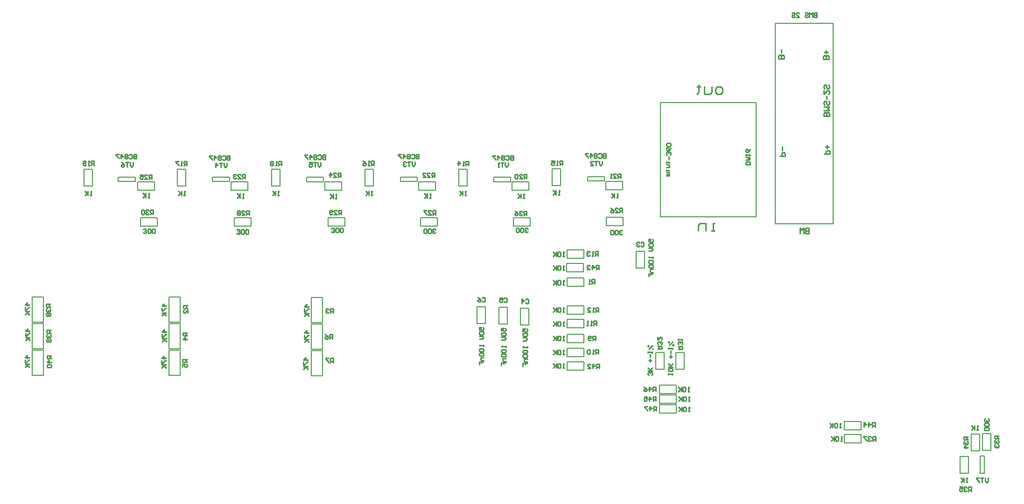
<source format=gbo>
G04*
G04 #@! TF.GenerationSoftware,Altium Limited,Altium Designer,22.10.1 (41)*
G04*
G04 Layer_Color=32896*
%FSLAX44Y44*%
%MOMM*%
G71*
G04*
G04 #@! TF.SameCoordinates,0E9425E9-A874-4ED2-9F9C-91F8E0F331BA*
G04*
G04*
G04 #@! TF.FilePolarity,Positive*
G04*
G01*
G75*
%ADD10C,0.2000*%
%ADD13C,0.2540*%
D10*
X1172690Y165920D02*
X1203170D01*
Y150680D02*
Y165920D01*
X1172690Y150680D02*
Y165920D01*
Y150680D02*
X1203170D01*
X1172790Y183720D02*
X1203270D01*
Y168480D02*
Y183720D01*
X1172790Y168480D02*
Y183720D01*
Y168480D02*
X1203270D01*
X1172390Y186180D02*
X1202870D01*
X1172390D02*
Y201420D01*
X1202870Y186180D02*
Y201420D01*
X1172390D02*
X1202870D01*
X1507660Y119681D02*
X1538140D01*
X1507660D02*
Y134921D01*
X1538140Y119681D02*
Y134921D01*
X1507660D02*
X1538140D01*
X1507660Y96383D02*
X1538140D01*
X1507660D02*
Y111623D01*
X1538140Y96383D02*
Y111623D01*
X1507660D02*
X1538140D01*
X1754402Y41200D02*
Y72200D01*
Y41200D02*
X1762402D01*
X1754402Y72200D02*
X1762402D01*
Y41200D02*
Y72200D01*
X1753720Y81760D02*
Y112240D01*
X1738480Y81760D02*
X1753720D01*
X1738480Y112240D02*
X1753720D01*
X1738480Y81760D02*
Y112240D01*
X1733123Y41260D02*
Y71740D01*
X1717883Y41260D02*
X1733123D01*
X1717883Y71740D02*
X1733123D01*
X1717883Y41260D02*
Y71740D01*
X1382300Y494200D02*
Y858200D01*
X1487300D01*
Y494200D02*
Y858200D01*
X1382300Y494200D02*
X1487300D01*
X565660Y554780D02*
X596140D01*
X565660D02*
Y570020D01*
X596140Y554780D02*
Y570020D01*
X565660D02*
X596140D01*
X808344Y562360D02*
Y592840D01*
X823584D01*
X808344Y562360D02*
X823584D01*
Y592840D01*
X905024Y554880D02*
X935504D01*
X905024D02*
Y570120D01*
X935504Y554880D02*
Y570120D01*
X905024D02*
X935504D01*
X872064Y570600D02*
X903064D01*
Y578600D01*
X872064Y570600D02*
Y578600D01*
X903064D01*
X190800Y571100D02*
X221800D01*
Y579100D01*
X190800Y571100D02*
Y579100D01*
X221800D01*
X361700Y571100D02*
X392700D01*
Y579100D01*
X361700Y571100D02*
Y579100D01*
X392700D01*
X395660Y554780D02*
X426140D01*
X395660D02*
Y570020D01*
X426140Y554780D02*
Y570020D01*
X395660D02*
X426140D01*
X468780Y562260D02*
Y592740D01*
X484020D01*
X468780Y562260D02*
X484020D01*
Y592740D01*
X638380Y562260D02*
Y592740D01*
X653620D01*
X638380Y562260D02*
X653620D01*
Y592740D01*
X532500Y570600D02*
X563500D01*
Y578600D01*
X532500Y570600D02*
Y578600D01*
X563500D01*
X702700Y571000D02*
X733700D01*
Y579000D01*
X702700Y571000D02*
Y579000D01*
X733700D01*
X735560Y554780D02*
X766040D01*
X735560D02*
Y570020D01*
X766040Y554780D02*
Y570020D01*
X735560D02*
X766040D01*
X978080Y563260D02*
Y593740D01*
X993320D01*
X978080Y563260D02*
X993320D01*
Y593740D01*
X1074960Y555780D02*
X1105440D01*
X1074960D02*
Y571020D01*
X1105440Y555780D02*
Y571020D01*
X1074960D02*
X1105440D01*
X1042000Y572000D02*
X1073000D01*
Y580000D01*
X1042000Y572000D02*
Y580000D01*
X1073000D01*
X225760Y554780D02*
X256240D01*
X225760D02*
Y570020D01*
X256240Y554780D02*
Y570020D01*
X225760D02*
X256240D01*
X1217520Y229760D02*
Y260240D01*
X1202280Y229760D02*
X1217520D01*
X1202280Y260240D02*
X1217520D01*
X1202280Y229760D02*
Y260240D01*
X1181520Y229760D02*
Y260240D01*
X1166280Y229760D02*
X1181520D01*
X1166280Y260240D02*
X1181520D01*
X1166280Y229760D02*
Y260240D01*
X1004760Y446735D02*
X1035240D01*
Y431495D02*
Y446735D01*
X1004760Y431495D02*
Y446735D01*
Y431495D02*
X1035240D01*
X1004460Y421820D02*
X1034940D01*
Y406580D02*
Y421820D01*
X1004460Y406580D02*
Y421820D01*
Y406580D02*
X1034940D01*
X1004760Y395920D02*
X1035240D01*
Y380680D02*
Y395920D01*
X1004760Y380680D02*
Y395920D01*
Y380680D02*
X1035240D01*
X1145820Y413660D02*
Y444140D01*
X1130580Y413660D02*
X1145820D01*
X1130580Y444140D02*
X1145820D01*
X1130580Y413660D02*
Y444140D01*
X1004760Y329807D02*
X1035240D01*
X1004760D02*
Y345047D01*
X1035240Y329807D02*
Y345047D01*
X1004760D02*
X1035240D01*
X1004760Y320320D02*
X1035240D01*
Y305080D02*
Y320320D01*
X1004760Y305080D02*
Y320320D01*
Y305080D02*
X1035240D01*
X907704Y489980D02*
X938184D01*
X907704D02*
Y505220D01*
X938184Y489980D02*
Y505220D01*
X907704D02*
X938184D01*
X1076560Y490880D02*
X1107040D01*
X1076560D02*
Y506120D01*
X1107040Y490880D02*
Y506120D01*
X1076560D02*
X1107040D01*
X739360Y489880D02*
X769840D01*
X739360D02*
Y505120D01*
X769840Y489880D02*
Y505120D01*
X739360D02*
X769840D01*
X571660Y489880D02*
X602140D01*
X571660D02*
Y505120D01*
X602140Y489880D02*
Y505120D01*
X571660D02*
X602140D01*
X401823Y489880D02*
X432303D01*
X401823D02*
Y505120D01*
X432303Y489880D02*
Y505120D01*
X401823D02*
X432303D01*
X231260Y489880D02*
X261740D01*
X231260D02*
Y505120D01*
X261740Y489880D02*
Y505120D01*
X231260D02*
X261740D01*
X1004760Y243520D02*
X1035240D01*
Y228280D02*
Y243520D01*
X1004760Y228280D02*
Y243520D01*
Y228280D02*
X1035240D01*
X1004760Y293420D02*
X1035240D01*
Y278180D02*
Y293420D01*
X1004760Y278180D02*
Y293420D01*
Y278180D02*
X1035240D01*
X1004760Y267820D02*
X1035240D01*
Y252580D02*
Y267820D01*
X1004760Y252580D02*
Y267820D01*
Y252580D02*
X1035240D01*
X35240Y315740D02*
Y361460D01*
X55560D01*
X35240Y315740D02*
X55560D01*
Y361460D01*
X35240Y219140D02*
Y264860D01*
X55560D01*
X35240Y219140D02*
X55560D01*
Y264860D01*
X303160Y267040D02*
Y312760D01*
X282840Y267040D02*
X303160D01*
X282840Y312760D02*
X303160D01*
X282840Y267040D02*
Y312760D01*
X541340Y217740D02*
Y263460D01*
X561660D01*
X541340Y217740D02*
X561660D01*
Y263460D01*
X897120Y311843D02*
Y342323D01*
X881880Y311843D02*
X897120D01*
X881880Y342323D02*
X897120D01*
X881880Y311843D02*
Y342323D01*
X920780Y310360D02*
Y340840D01*
X936020D01*
X920780Y310360D02*
X936020D01*
Y340840D01*
X856720Y312560D02*
Y343040D01*
X841480Y312560D02*
X856720D01*
X841480Y343040D02*
X856720D01*
X841480Y312560D02*
Y343040D01*
X1773722Y82360D02*
Y112840D01*
X1758482Y82360D02*
X1773722D01*
X1758482Y112840D02*
X1773722D01*
X1758482Y82360D02*
Y112840D01*
X303360Y315540D02*
Y361260D01*
X283040Y315540D02*
X303360D01*
X283040Y361260D02*
X303360D01*
X283040Y315540D02*
Y361260D01*
X35140Y267340D02*
Y313060D01*
X55460D01*
X35140Y267340D02*
X55460D01*
Y313060D01*
X541341Y266511D02*
Y312230D01*
X561661D01*
X541341Y266511D02*
X561661D01*
Y312230D01*
Y314890D02*
Y360610D01*
X541341Y314890D02*
X561661D01*
X541341Y360610D02*
X561661D01*
X541341Y314890D02*
Y360610D01*
X303160Y218540D02*
Y264260D01*
X282840Y218540D02*
X303160D01*
X282840Y264260D02*
X303160D01*
X282840Y218540D02*
Y264260D01*
X1174800Y507000D02*
X1347800D01*
Y714000D01*
X1174800Y507000D02*
Y714000D01*
X1347800D01*
X313620Y562260D02*
Y592740D01*
X298380Y562260D02*
X313620D01*
X298380Y592740D02*
X313620D01*
X298380Y562260D02*
Y592740D01*
X144020Y562260D02*
Y592740D01*
X128780Y562260D02*
X144020D01*
X128780Y592740D02*
X144020D01*
X128780Y562260D02*
Y592740D01*
D13*
X1227727Y153301D02*
X1225061D01*
X1226394D01*
Y161299D01*
X1227727Y159966D01*
X1221062D02*
X1219729Y161299D01*
X1217064D01*
X1215731Y159966D01*
Y154634D01*
X1217064Y153301D01*
X1219729D01*
X1221062Y154634D01*
Y159966D01*
X1213065Y161299D02*
Y153301D01*
Y155967D01*
X1207733Y161299D01*
X1211732Y157300D01*
X1207733Y153301D01*
X1166893Y154501D02*
Y162499D01*
X1162895D01*
X1161562Y161166D01*
Y158500D01*
X1162895Y157167D01*
X1166893D01*
X1164228D02*
X1161562Y154501D01*
X1154897D02*
Y162499D01*
X1158896Y158500D01*
X1153564D01*
X1150899Y162499D02*
X1145567D01*
Y161166D01*
X1150899Y155834D01*
Y154501D01*
X1227627Y172100D02*
X1224961D01*
X1226294D01*
Y180097D01*
X1227627Y178764D01*
X1220962D02*
X1219629Y180097D01*
X1216964D01*
X1215631Y178764D01*
Y173433D01*
X1216964Y172100D01*
X1219629D01*
X1220962Y173433D01*
Y178764D01*
X1212965Y180097D02*
Y172100D01*
Y174765D01*
X1207633Y180097D01*
X1211632Y176098D01*
X1207633Y172100D01*
X1165893Y172101D02*
Y180099D01*
X1161895D01*
X1160562Y178766D01*
Y176100D01*
X1161895Y174767D01*
X1165893D01*
X1163227D02*
X1160562Y172101D01*
X1153897D02*
Y180099D01*
X1157896Y176100D01*
X1152564D01*
X1144567Y180099D02*
X1149898D01*
Y176100D01*
X1147233Y177433D01*
X1145900D01*
X1144567Y176100D01*
Y173434D01*
X1145900Y172101D01*
X1148566D01*
X1149898Y173434D01*
X1226827Y189401D02*
X1224161D01*
X1225494D01*
Y197399D01*
X1226827Y196066D01*
X1220162D02*
X1218829Y197399D01*
X1216164D01*
X1214831Y196066D01*
Y190734D01*
X1216164Y189401D01*
X1218829D01*
X1220162Y190734D01*
Y196066D01*
X1212165Y197399D02*
Y189401D01*
Y192067D01*
X1206833Y197399D01*
X1210832Y193400D01*
X1206833Y189401D01*
X1165693Y189801D02*
Y197799D01*
X1161694D01*
X1160362Y196466D01*
Y193800D01*
X1161694Y192467D01*
X1165693D01*
X1163027D02*
X1160362Y189801D01*
X1153697D02*
Y197799D01*
X1157696Y193800D01*
X1152364D01*
X1144367Y197799D02*
X1147033Y196466D01*
X1149698Y193800D01*
Y191134D01*
X1148365Y189801D01*
X1145700D01*
X1144367Y191134D01*
Y192467D01*
X1145700Y193800D01*
X1149698D01*
X1443960Y486237D02*
Y476240D01*
X1438962D01*
X1437296Y477906D01*
Y479572D01*
X1438962Y481238D01*
X1443960D01*
X1438962D01*
X1437296Y482905D01*
Y484571D01*
X1438962Y486237D01*
X1443960D01*
X1433963Y476240D02*
Y486237D01*
X1430631Y482905D01*
X1427299Y486237D01*
Y476240D01*
X1390840Y616740D02*
X1400837D01*
Y621738D01*
X1399171Y623405D01*
X1395838D01*
X1394172Y621738D01*
Y616740D01*
X1395838Y626737D02*
Y633401D01*
X1471840Y620740D02*
X1481837D01*
Y625738D01*
X1480171Y627405D01*
X1476838D01*
X1475172Y625738D01*
Y620740D01*
X1476838Y630737D02*
Y637401D01*
X1480171Y634069D02*
X1473506D01*
X1398837Y793740D02*
X1388840D01*
Y798738D01*
X1390506Y800405D01*
X1392172D01*
X1393838Y798738D01*
Y793740D01*
Y798738D01*
X1395504Y800405D01*
X1397171D01*
X1398837Y798738D01*
Y793740D01*
X1393838Y803737D02*
Y810401D01*
X1479837Y792740D02*
X1469840D01*
Y797738D01*
X1471506Y799405D01*
X1473172D01*
X1474838Y797738D01*
Y792740D01*
Y797738D01*
X1476505Y799405D01*
X1478171D01*
X1479837Y797738D01*
Y792740D01*
X1474838Y802737D02*
Y809401D01*
X1478171Y806069D02*
X1471506D01*
X1480837Y689740D02*
X1470840D01*
Y694738D01*
X1472506Y696404D01*
X1474172D01*
X1475838Y694738D01*
Y689740D01*
Y694738D01*
X1477504Y696404D01*
X1479171D01*
X1480837Y694738D01*
Y689740D01*
X1470840Y699737D02*
X1480837D01*
X1477504Y703069D01*
X1480837Y706401D01*
X1470840D01*
X1479171Y716398D02*
X1480837Y714732D01*
Y711400D01*
X1479171Y709734D01*
X1477504D01*
X1475838Y711400D01*
Y714732D01*
X1474172Y716398D01*
X1472506D01*
X1470840Y714732D01*
Y711400D01*
X1472506Y709734D01*
X1475838Y719730D02*
Y726395D01*
X1470840Y736392D02*
Y729727D01*
X1477504Y736392D01*
X1479171D01*
X1480837Y734725D01*
Y731393D01*
X1479171Y729727D01*
Y746388D02*
X1480837Y744722D01*
Y741390D01*
X1479171Y739724D01*
X1477504D01*
X1475838Y741390D01*
Y744722D01*
X1474172Y746388D01*
X1472506D01*
X1470840Y744722D01*
Y741390D01*
X1472506Y739724D01*
X1273060Y481440D02*
X1266395D01*
X1269728D01*
Y494769D01*
X1273060D01*
X1256399Y481440D02*
Y494769D01*
X1246402D01*
X1243070Y491437D01*
Y481440D01*
X1284028Y729440D02*
X1277363D01*
X1274031Y732772D01*
Y739437D01*
X1277363Y742769D01*
X1284028D01*
X1287360Y739437D01*
Y732772D01*
X1284028Y729440D01*
X1267366Y742769D02*
Y732772D01*
X1264034Y729440D01*
X1254037D01*
Y742769D01*
X1244041Y746101D02*
Y742769D01*
X1247373D01*
X1240708D01*
X1244041D01*
Y732772D01*
X1240708Y729440D01*
X1563663Y125202D02*
Y133200D01*
X1559664D01*
X1558332Y131867D01*
Y129201D01*
X1559664Y127868D01*
X1563663D01*
X1560997D02*
X1558332Y125202D01*
X1551667D02*
Y133200D01*
X1555666Y129201D01*
X1550334D01*
X1543670Y125202D02*
Y133200D01*
X1547668Y129201D01*
X1542337D01*
X1501897Y124002D02*
X1499231D01*
X1500564D01*
Y132000D01*
X1501897Y130667D01*
X1495232D02*
X1493899Y132000D01*
X1491234D01*
X1489901Y130667D01*
Y125335D01*
X1491234Y124002D01*
X1493899D01*
X1495232Y125335D01*
Y130667D01*
X1487235Y132000D02*
Y124002D01*
Y126668D01*
X1481903Y132000D01*
X1485902Y128001D01*
X1481903Y124002D01*
X1564363Y99801D02*
Y107799D01*
X1560365D01*
X1559032Y106466D01*
Y103800D01*
X1560365Y102467D01*
X1564363D01*
X1561697D02*
X1559032Y99801D01*
X1556366Y106466D02*
X1555033Y107799D01*
X1552367D01*
X1551034Y106466D01*
Y105133D01*
X1552367Y103800D01*
X1553700D01*
X1552367D01*
X1551034Y102467D01*
Y101134D01*
X1552367Y99801D01*
X1555033D01*
X1556366Y101134D01*
X1548368Y107799D02*
X1543037D01*
Y106466D01*
X1548368Y101134D01*
Y99801D01*
X1503897D02*
X1501231D01*
X1502564D01*
Y107799D01*
X1503897Y106466D01*
X1497232D02*
X1495899Y107799D01*
X1493233D01*
X1491901Y106466D01*
Y101134D01*
X1493233Y99801D01*
X1495899D01*
X1497232Y101134D01*
Y106466D01*
X1489235Y107799D02*
Y99801D01*
Y102467D01*
X1483903Y107799D01*
X1487902Y103800D01*
X1483903Y99801D01*
X1062683Y410901D02*
Y418899D01*
X1058684D01*
X1057351Y417566D01*
Y414900D01*
X1058684Y413567D01*
X1062683D01*
X1060017D02*
X1057351Y410901D01*
X1050687D02*
Y418899D01*
X1054686Y414900D01*
X1049354D01*
X1046688Y417566D02*
X1045355Y418899D01*
X1042690D01*
X1041357Y417566D01*
Y416233D01*
X1042690Y414900D01*
X1044022D01*
X1042690D01*
X1041357Y413567D01*
Y412234D01*
X1042690Y410901D01*
X1045355D01*
X1046688Y412234D01*
X999997Y410200D02*
X997331D01*
X998664D01*
Y418197D01*
X999997Y416864D01*
X993332D02*
X991999Y418197D01*
X989333D01*
X988001Y416864D01*
Y411533D01*
X989333Y410200D01*
X991999D01*
X993332Y411533D01*
Y416864D01*
X985335Y418197D02*
Y410200D01*
Y412865D01*
X980003Y418197D01*
X984002Y414198D01*
X980003Y410200D01*
X1768665Y32399D02*
Y27067D01*
X1765999Y24401D01*
X1763333Y27067D01*
Y32399D01*
X1760667D02*
X1755336D01*
X1758002D01*
Y24401D01*
X1752670Y32399D02*
X1747338D01*
Y31066D01*
X1752670Y25734D01*
Y24401D01*
X1458159Y877499D02*
Y869501D01*
X1454161D01*
X1452828Y870834D01*
Y872167D01*
X1454161Y873500D01*
X1458159D01*
X1454161D01*
X1452828Y874833D01*
Y876166D01*
X1454161Y877499D01*
X1458159D01*
X1450162Y869501D02*
Y877499D01*
X1447496Y874833D01*
X1444830Y877499D01*
Y869501D01*
X1436833Y876166D02*
X1438166Y877499D01*
X1440832D01*
X1442164Y876166D01*
Y874833D01*
X1440832Y873500D01*
X1438166D01*
X1436833Y872167D01*
Y870834D01*
X1438166Y869501D01*
X1440832D01*
X1442164Y870834D01*
X1420838Y869501D02*
X1426170D01*
X1420838Y874833D01*
Y876166D01*
X1422171Y877499D01*
X1424837D01*
X1426170Y876166D01*
X1412841D02*
X1414173Y877499D01*
X1416839D01*
X1418172Y876166D01*
Y874833D01*
X1416839Y873500D01*
X1414173D01*
X1412841Y872167D01*
Y870834D01*
X1414173Y869501D01*
X1416839D01*
X1418172Y870834D01*
X1063263Y231501D02*
Y239499D01*
X1059265D01*
X1057932Y238166D01*
Y235500D01*
X1059265Y234167D01*
X1063263D01*
X1060597D02*
X1057932Y231501D01*
X1051267D02*
Y239499D01*
X1055266Y235500D01*
X1049934D01*
X1041937Y231501D02*
X1047268D01*
X1041937Y236833D01*
Y238166D01*
X1043270Y239499D01*
X1045936D01*
X1047268Y238166D01*
X999997Y232201D02*
X997331D01*
X998664D01*
Y240199D01*
X999997Y238866D01*
X993332D02*
X991999Y240199D01*
X989333D01*
X988001Y238866D01*
Y233534D01*
X989333Y232201D01*
X991999D01*
X993332Y233534D01*
Y238866D01*
X985335Y240199D02*
Y232201D01*
Y234867D01*
X980003Y240199D01*
X984002Y236200D01*
X980003Y232201D01*
X69699Y254463D02*
X61701D01*
Y250464D01*
X63034Y249132D01*
X65700D01*
X67033Y250464D01*
Y254463D01*
Y251797D02*
X69699Y249132D01*
Y242467D02*
X61701D01*
X65700Y246466D01*
Y241134D01*
X63034Y238468D02*
X61701Y237135D01*
Y234470D01*
X63034Y233137D01*
X68366D01*
X69699Y234470D01*
Y237135D01*
X68366Y238468D01*
X63034D01*
X29899Y251064D02*
X21901D01*
X25900Y255063D01*
Y249732D01*
X21901Y247066D02*
Y241734D01*
X23234D01*
X28566Y247066D01*
X29899D01*
X21901Y239068D02*
X29899D01*
X27233D01*
X21901Y233737D01*
X25900Y237736D01*
X29899Y233737D01*
X68699Y300863D02*
X60701D01*
Y296864D01*
X62034Y295532D01*
X64700D01*
X66033Y296864D01*
Y300863D01*
Y298197D02*
X68699Y295532D01*
X62034Y292866D02*
X60701Y291533D01*
Y288867D01*
X62034Y287534D01*
X63367D01*
X64700Y288867D01*
Y290200D01*
Y288867D01*
X66033Y287534D01*
X67366D01*
X68699Y288867D01*
Y291533D01*
X67366Y292866D01*
Y284868D02*
X68699Y283535D01*
Y280870D01*
X67366Y279537D01*
X62034D01*
X60701Y280870D01*
Y283535D01*
X62034Y284868D01*
X63367D01*
X64700Y283535D01*
Y279537D01*
X30699Y299564D02*
X22701D01*
X26700Y303563D01*
Y298232D01*
X22701Y295566D02*
Y290234D01*
X24034D01*
X29366Y295566D01*
X30699D01*
X22701Y287568D02*
X30699D01*
X28033D01*
X22701Y282237D01*
X26700Y286236D01*
X30699Y282237D01*
X68199Y348063D02*
X60201D01*
Y344064D01*
X61534Y342732D01*
X64200D01*
X65533Y344064D01*
Y348063D01*
Y345397D02*
X68199Y342732D01*
X61534Y340066D02*
X60201Y338733D01*
Y336067D01*
X61534Y334734D01*
X62867D01*
X64200Y336067D01*
Y337400D01*
Y336067D01*
X65533Y334734D01*
X66866D01*
X68199Y336067D01*
Y338733D01*
X66866Y340066D01*
X61534Y332068D02*
X60201Y330736D01*
Y328070D01*
X61534Y326737D01*
X62867D01*
X64200Y328070D01*
X65533Y326737D01*
X66866D01*
X68199Y328070D01*
Y330736D01*
X66866Y332068D01*
X65533D01*
X64200Y330736D01*
X62867Y332068D01*
X61534D01*
X64200Y330736D02*
Y328070D01*
X29899Y346665D02*
X21901D01*
X25900Y350663D01*
Y345332D01*
X21901Y342666D02*
Y337334D01*
X23234D01*
X28566Y342666D01*
X29899D01*
X21901Y334668D02*
X29899D01*
X27233D01*
X21901Y329337D01*
X25900Y333335D01*
X29899Y329337D01*
X1337299Y601704D02*
X1329301D01*
Y605703D01*
X1330634Y607036D01*
X1335966D01*
X1337299Y605703D01*
Y601704D01*
X1329301Y609702D02*
X1334633D01*
X1337299Y612368D01*
X1334633Y615033D01*
X1329301D01*
X1333300D01*
Y609702D01*
X1329301Y617699D02*
Y620365D01*
Y619032D01*
X1337299D01*
X1335966Y617699D01*
X1337299Y629696D02*
X1335966Y627030D01*
X1333300Y624364D01*
X1330634D01*
X1329301Y625697D01*
Y628363D01*
X1330634Y629696D01*
X1331967D01*
X1333300Y628363D01*
Y624364D01*
X1185301Y581576D02*
X1190633D01*
Y582909D01*
X1189300Y584242D01*
X1185301D01*
X1189300D01*
X1190633Y585575D01*
X1189300Y586908D01*
X1185301D01*
Y589574D02*
Y592239D01*
Y590906D01*
X1190633D01*
Y589574D01*
X1185301Y596238D02*
X1190633D01*
Y600237D01*
X1189300Y601570D01*
X1185301D01*
Y604235D02*
Y606901D01*
Y605568D01*
X1190633D01*
Y604235D01*
X1189300Y610900D02*
Y616232D01*
X1191966Y618897D02*
X1193299Y620230D01*
Y622896D01*
X1191966Y624229D01*
X1190633D01*
X1189300Y622896D01*
Y621563D01*
Y622896D01*
X1187967Y624229D01*
X1186634D01*
X1185301Y622896D01*
Y620230D01*
X1186634Y618897D01*
X1193299Y632226D02*
X1191966Y629561D01*
X1189300Y626895D01*
X1186634D01*
X1185301Y628228D01*
Y630894D01*
X1186634Y632226D01*
X1187967D01*
X1189300Y630894D01*
Y626895D01*
X1191966Y634892D02*
X1193299Y636225D01*
Y638891D01*
X1191966Y640224D01*
X1186634D01*
X1185301Y638891D01*
Y636225D01*
X1186634Y634892D01*
X1191966D01*
X931709Y509350D02*
Y517347D01*
X927710D01*
X926377Y516014D01*
Y513348D01*
X927710Y512015D01*
X931709D01*
X929043D02*
X926377Y509350D01*
X923711Y516014D02*
X922378Y517347D01*
X919713D01*
X918380Y516014D01*
Y514681D01*
X919713Y513348D01*
X921046D01*
X919713D01*
X918380Y512015D01*
Y510683D01*
X919713Y509350D01*
X922378D01*
X923711Y510683D01*
X910382Y517347D02*
X913048Y516014D01*
X915714Y513348D01*
Y510683D01*
X914381Y509350D01*
X911715D01*
X910382Y510683D01*
Y512015D01*
X911715Y513348D01*
X915714D01*
X933828Y485114D02*
X932495Y486447D01*
X929829D01*
X928496Y485114D01*
Y483781D01*
X929829Y482448D01*
X931162D01*
X929829D01*
X928496Y481115D01*
Y479783D01*
X929829Y478450D01*
X932495D01*
X933828Y479783D01*
X925830Y485114D02*
X924497Y486447D01*
X921831D01*
X920499Y485114D01*
Y479783D01*
X921831Y478450D01*
X924497D01*
X925830Y479783D01*
Y485114D01*
X917833D02*
X916500Y486447D01*
X913834D01*
X912501Y485114D01*
Y479783D01*
X913834Y478450D01*
X916500D01*
X917833Y479783D01*
Y485114D01*
X1738116Y8301D02*
Y16299D01*
X1734117D01*
X1732784Y14966D01*
Y12300D01*
X1734117Y10967D01*
X1738116D01*
X1735450D02*
X1732784Y8301D01*
X1730118Y14966D02*
X1728785Y16299D01*
X1726120D01*
X1724787Y14966D01*
Y13633D01*
X1726120Y12300D01*
X1727452D01*
X1726120D01*
X1724787Y10967D01*
Y9634D01*
X1726120Y8301D01*
X1728785D01*
X1730118Y9634D01*
X1716789Y16299D02*
X1722121D01*
Y12300D01*
X1719455Y13633D01*
X1718122D01*
X1716789Y12300D01*
Y9634D01*
X1718122Y8301D01*
X1720788D01*
X1722121Y9634D01*
X1731490Y24768D02*
X1728824D01*
X1730157D01*
Y32765D01*
X1731490Y31432D01*
X1724825Y32765D02*
Y24768D01*
Y27434D01*
X1719494Y32765D01*
X1723492Y28767D01*
X1719494Y24768D01*
X1732451Y107263D02*
X1724454D01*
Y103265D01*
X1725787Y101932D01*
X1728452D01*
X1729785Y103265D01*
Y107263D01*
Y104597D02*
X1732451Y101932D01*
X1725787Y99266D02*
X1724454Y97933D01*
Y95267D01*
X1725787Y93934D01*
X1727119D01*
X1728452Y95267D01*
Y96600D01*
Y95267D01*
X1729785Y93934D01*
X1731118D01*
X1732451Y95267D01*
Y97933D01*
X1731118Y99266D01*
X1732451Y87270D02*
X1724454D01*
X1728452Y91268D01*
Y85937D01*
X1750650Y119601D02*
X1747985D01*
X1749318D01*
Y127599D01*
X1750650Y126266D01*
X1743986Y127599D02*
Y119601D01*
Y122267D01*
X1738654Y127599D01*
X1742653Y123600D01*
X1738654Y119601D01*
X1788251Y109263D02*
X1780254D01*
Y105265D01*
X1781587Y103932D01*
X1784252D01*
X1785585Y105265D01*
Y109263D01*
Y106597D02*
X1788251Y103932D01*
X1781587Y101266D02*
X1780254Y99933D01*
Y97267D01*
X1781587Y95934D01*
X1782919D01*
X1784252Y97267D01*
Y98600D01*
Y97267D01*
X1785585Y95934D01*
X1786918D01*
X1788251Y97267D01*
Y99933D01*
X1786918Y101266D01*
X1781587Y93268D02*
X1780254Y91936D01*
Y89270D01*
X1781587Y87937D01*
X1782919D01*
X1784252Y89270D01*
Y90603D01*
Y89270D01*
X1785585Y87937D01*
X1786918D01*
X1788251Y89270D01*
Y91936D01*
X1786918Y93268D01*
X1763737Y140263D02*
X1762404Y138930D01*
Y136264D01*
X1763737Y134932D01*
X1765070D01*
X1766403Y136264D01*
Y137598D01*
Y136264D01*
X1767736Y134932D01*
X1769069D01*
X1770402Y136264D01*
Y138930D01*
X1769069Y140263D01*
X1763737Y132266D02*
X1762404Y130933D01*
Y128267D01*
X1763737Y126934D01*
X1769069D01*
X1770402Y128267D01*
Y130933D01*
X1769069Y132266D01*
X1763737D01*
Y124268D02*
X1762404Y122935D01*
Y120270D01*
X1763737Y118937D01*
X1769069D01*
X1770402Y120270D01*
Y122935D01*
X1769069Y124268D01*
X1763737D01*
X1169201Y266894D02*
X1177199D01*
Y270892D01*
X1175866Y272225D01*
X1173200D01*
X1171867Y270892D01*
Y266894D01*
Y269559D02*
X1169201Y272225D01*
X1175866Y274891D02*
X1177199Y276224D01*
Y278890D01*
X1175866Y280223D01*
X1174533D01*
X1173200Y278890D01*
Y277557D01*
Y278890D01*
X1171867Y280223D01*
X1170534D01*
X1169201Y278890D01*
Y276224D01*
X1170534Y274891D01*
X1169201Y288220D02*
Y282889D01*
X1174533Y288220D01*
X1175866D01*
X1177199Y286887D01*
Y284221D01*
X1175866Y282889D01*
X1158399Y219542D02*
X1159732Y220875D01*
Y223541D01*
X1158399Y224874D01*
X1157066D01*
X1155734Y223541D01*
Y222208D01*
Y223541D01*
X1154401Y224874D01*
X1153068D01*
X1151735Y223541D01*
Y220875D01*
X1153068Y219542D01*
X1159732Y227539D02*
X1151735D01*
X1154401D01*
X1159732Y232871D01*
X1155734Y228872D01*
X1151735Y232871D01*
X1155734Y243534D02*
Y248866D01*
X1158399Y246200D02*
X1153068D01*
X1155734Y251532D02*
Y256863D01*
X1151735Y259529D02*
Y262195D01*
Y260862D01*
X1159732D01*
X1158399Y259529D01*
X1153068Y266194D02*
X1159732Y272858D01*
Y266194D02*
X1161065D01*
Y267526D01*
X1159732D01*
Y266194D01*
X1151735Y271525D02*
X1153068D01*
Y272858D01*
X1151735D01*
Y271525D01*
X1206301Y266470D02*
X1214299D01*
Y270468D01*
X1212966Y271801D01*
X1210300D01*
X1208967Y270468D01*
Y266470D01*
Y269135D02*
X1206301Y271801D01*
X1212966Y274467D02*
X1214299Y275800D01*
Y278466D01*
X1212966Y279799D01*
X1211633D01*
X1210300Y278466D01*
Y277133D01*
Y278466D01*
X1208967Y279799D01*
X1207634D01*
X1206301Y278466D01*
Y275800D01*
X1207634Y274467D01*
X1206301Y282465D02*
Y285130D01*
Y283797D01*
X1214299D01*
X1212966Y282465D01*
X1188833Y219808D02*
Y222474D01*
Y221141D01*
X1196831D01*
X1195498Y219808D01*
Y226473D02*
X1196831Y227806D01*
Y230472D01*
X1195498Y231805D01*
X1190166D01*
X1188833Y230472D01*
Y227806D01*
X1190166Y226473D01*
X1195498D01*
X1196831Y234470D02*
X1188833D01*
X1191499D01*
X1196831Y239802D01*
X1192832Y235803D01*
X1188833Y239802D01*
X1192832Y250465D02*
Y255797D01*
X1195498Y253131D02*
X1190166D01*
X1192832Y258463D02*
Y263794D01*
X1188833Y266460D02*
Y269126D01*
Y267793D01*
X1196831D01*
X1195498Y266460D01*
X1190166Y273125D02*
X1196831Y279789D01*
Y273125D02*
X1198164D01*
Y274457D01*
X1196831D01*
Y273125D01*
X1188833Y278456D02*
X1190166D01*
Y279789D01*
X1188833D01*
Y278456D01*
X217659Y605595D02*
Y600263D01*
X214994Y597598D01*
X212328Y600263D01*
Y605595D01*
X209662D02*
X204330D01*
X206996D01*
Y597598D01*
X196333Y605595D02*
X198999Y604262D01*
X201665Y601596D01*
Y598930D01*
X200332Y597598D01*
X197666D01*
X196333Y598930D01*
Y600263D01*
X197666Y601596D01*
X201665D01*
X223961Y620199D02*
Y612201D01*
X219962D01*
X218629Y613534D01*
Y614867D01*
X219962Y616200D01*
X223961D01*
X219962D01*
X218629Y617533D01*
Y618866D01*
X219962Y620199D01*
X223961D01*
X210632Y618866D02*
X211964Y620199D01*
X214630D01*
X215963Y618866D01*
Y613534D01*
X214630Y612201D01*
X211964D01*
X210632Y613534D01*
X207966Y618866D02*
X206633Y620199D01*
X203967D01*
X202634Y618866D01*
Y617533D01*
X203967Y616200D01*
X202634Y614867D01*
Y613534D01*
X203967Y612201D01*
X206633D01*
X207966Y613534D01*
Y614867D01*
X206633Y616200D01*
X207966Y617533D01*
Y618866D01*
X206633Y616200D02*
X203967D01*
X195970Y612201D02*
Y620199D01*
X199968Y616200D01*
X194637D01*
X191971Y620199D02*
X186639D01*
Y618866D01*
X191971Y613534D01*
Y612201D01*
X558441Y605599D02*
Y600267D01*
X555776Y597601D01*
X553110Y600267D01*
Y605599D01*
X550444D02*
X545112D01*
X547778D01*
Y597601D01*
X537115Y605599D02*
X542447D01*
Y601600D01*
X539781Y602933D01*
X538448D01*
X537115Y601600D01*
Y598934D01*
X538448Y597601D01*
X541114D01*
X542447Y598934D01*
X566561Y618999D02*
Y611001D01*
X562562D01*
X561229Y612334D01*
Y613667D01*
X562562Y615000D01*
X566561D01*
X562562D01*
X561229Y616333D01*
Y617666D01*
X562562Y618999D01*
X566561D01*
X553232Y617666D02*
X554565Y618999D01*
X557230D01*
X558563Y617666D01*
Y612334D01*
X557230Y611001D01*
X554565D01*
X553232Y612334D01*
X550566Y617666D02*
X549233Y618999D01*
X546567D01*
X545234Y617666D01*
Y616333D01*
X546567Y615000D01*
X545234Y613667D01*
Y612334D01*
X546567Y611001D01*
X549233D01*
X550566Y612334D01*
Y613667D01*
X549233Y615000D01*
X550566Y616333D01*
Y617666D01*
X549233Y615000D02*
X546567D01*
X538570Y611001D02*
Y618999D01*
X542568Y615000D01*
X537237D01*
X534571Y618999D02*
X529239D01*
Y617666D01*
X534571Y612334D01*
Y611001D01*
X387863Y604409D02*
Y599077D01*
X385197Y596412D01*
X382532Y599077D01*
Y604409D01*
X379866D02*
X374534D01*
X377200D01*
Y596412D01*
X367870D02*
Y604409D01*
X371868Y600410D01*
X366537D01*
X393361Y617999D02*
Y610001D01*
X389362D01*
X388029Y611334D01*
Y612667D01*
X389362Y614000D01*
X393361D01*
X389362D01*
X388029Y615333D01*
Y616666D01*
X389362Y617999D01*
X393361D01*
X380032Y616666D02*
X381365Y617999D01*
X384030D01*
X385363Y616666D01*
Y611334D01*
X384030Y610001D01*
X381365D01*
X380032Y611334D01*
X377366Y616666D02*
X376033Y617999D01*
X373367D01*
X372034Y616666D01*
Y615333D01*
X373367Y614000D01*
X372034Y612667D01*
Y611334D01*
X373367Y610001D01*
X376033D01*
X377366Y611334D01*
Y612667D01*
X376033Y614000D01*
X377366Y615333D01*
Y616666D01*
X376033Y614000D02*
X373367D01*
X365370Y610001D02*
Y617999D01*
X369368Y614000D01*
X364037D01*
X361371Y617999D02*
X356039D01*
Y616666D01*
X361371Y611334D01*
Y610001D01*
X729163Y606599D02*
Y601267D01*
X726497Y598601D01*
X723832Y601267D01*
Y606599D01*
X721166D02*
X715834D01*
X718500D01*
Y598601D01*
X713168Y605266D02*
X711835Y606599D01*
X709170D01*
X707837Y605266D01*
Y603933D01*
X709170Y602600D01*
X710503D01*
X709170D01*
X707837Y601267D01*
Y599934D01*
X709170Y598601D01*
X711835D01*
X713168Y599934D01*
X736261Y620399D02*
Y612401D01*
X732262D01*
X730929Y613734D01*
Y615067D01*
X732262Y616400D01*
X736261D01*
X732262D01*
X730929Y617733D01*
Y619066D01*
X732262Y620399D01*
X736261D01*
X722932Y619066D02*
X724265Y620399D01*
X726930D01*
X728263Y619066D01*
Y613734D01*
X726930Y612401D01*
X724265D01*
X722932Y613734D01*
X720266Y619066D02*
X718933Y620399D01*
X716267D01*
X714934Y619066D01*
Y617733D01*
X716267Y616400D01*
X714934Y615067D01*
Y613734D01*
X716267Y612401D01*
X718933D01*
X720266Y613734D01*
Y615067D01*
X718933Y616400D01*
X720266Y617733D01*
Y619066D01*
X718933Y616400D02*
X716267D01*
X708270Y612401D02*
Y620399D01*
X712268Y616400D01*
X706937D01*
X704271Y620399D02*
X698939D01*
Y619066D01*
X704271Y613734D01*
Y612401D01*
X1068663Y607617D02*
Y602285D01*
X1065997Y599619D01*
X1063332Y602285D01*
Y607617D01*
X1060666D02*
X1055334D01*
X1058000D01*
Y599619D01*
X1047337D02*
X1052668D01*
X1047337Y604951D01*
Y606284D01*
X1048670Y607617D01*
X1051336D01*
X1052668Y606284D01*
X1075361Y621699D02*
Y613701D01*
X1071362D01*
X1070029Y615034D01*
Y616367D01*
X1071362Y617700D01*
X1075361D01*
X1071362D01*
X1070029Y619033D01*
Y620366D01*
X1071362Y621699D01*
X1075361D01*
X1062032Y620366D02*
X1063364Y621699D01*
X1066030D01*
X1067363Y620366D01*
Y615034D01*
X1066030Y613701D01*
X1063364D01*
X1062032Y615034D01*
X1059366Y620366D02*
X1058033Y621699D01*
X1055367D01*
X1054034Y620366D01*
Y619033D01*
X1055367Y617700D01*
X1054034Y616367D01*
Y615034D01*
X1055367Y613701D01*
X1058033D01*
X1059366Y615034D01*
Y616367D01*
X1058033Y617700D01*
X1059366Y619033D01*
Y620366D01*
X1058033Y617700D02*
X1055367D01*
X1047370Y613701D02*
Y621699D01*
X1051368Y617700D01*
X1046037D01*
X1043371Y621699D02*
X1038039D01*
Y620366D01*
X1043371Y615034D01*
Y613701D01*
X898095Y604999D02*
Y599667D01*
X895429Y597001D01*
X892763Y599667D01*
Y604999D01*
X890097D02*
X884766D01*
X887431D01*
Y597001D01*
X882100D02*
X879434D01*
X880767D01*
Y604999D01*
X882100Y603666D01*
X907325Y618099D02*
Y610101D01*
X903326D01*
X901993Y611434D01*
Y612767D01*
X903326Y614100D01*
X907325D01*
X903326D01*
X901993Y615433D01*
Y616766D01*
X903326Y618099D01*
X907325D01*
X893996Y616766D02*
X895329Y618099D01*
X897995D01*
X899328Y616766D01*
Y611434D01*
X897995Y610101D01*
X895329D01*
X893996Y611434D01*
X891330Y616766D02*
X889997Y618099D01*
X887331D01*
X885999Y616766D01*
Y615433D01*
X887331Y614100D01*
X885999Y612767D01*
Y611434D01*
X887331Y610101D01*
X889997D01*
X891330Y611434D01*
Y612767D01*
X889997Y614100D01*
X891330Y615433D01*
Y616766D01*
X889997Y614100D02*
X887331D01*
X879334Y610101D02*
Y618099D01*
X883333Y614100D01*
X878001D01*
X875335Y618099D02*
X870004D01*
Y616766D01*
X875335Y611434D01*
Y610101D01*
X254263Y511201D02*
Y519199D01*
X250264D01*
X248932Y517866D01*
Y515200D01*
X250264Y513867D01*
X254263D01*
X251597D02*
X248932Y511201D01*
X246266Y517866D02*
X244933Y519199D01*
X242267D01*
X240934Y517866D01*
Y516533D01*
X242267Y515200D01*
X243600D01*
X242267D01*
X240934Y513867D01*
Y512534D01*
X242267Y511201D01*
X244933D01*
X246266Y512534D01*
X238268Y517866D02*
X236936Y519199D01*
X234270D01*
X232937Y517866D01*
Y512534D01*
X234270Y511201D01*
X236936D01*
X238268Y512534D01*
Y517866D01*
X236437Y478197D02*
X237770Y476865D01*
X240435D01*
X241768Y478197D01*
Y479530D01*
X240435Y480863D01*
X239102D01*
X240435D01*
X241768Y482196D01*
Y483529D01*
X240435Y484862D01*
X237770D01*
X236437Y483529D01*
X244434Y478197D02*
X245767Y476865D01*
X248433D01*
X249766Y478197D01*
Y483529D01*
X248433Y484862D01*
X245767D01*
X244434Y483529D01*
Y478197D01*
X252432D02*
X253764Y476865D01*
X256430D01*
X257763Y478197D01*
Y483529D01*
X256430Y484862D01*
X253764D01*
X252432Y483529D01*
Y478197D01*
X595463Y510901D02*
Y518899D01*
X591465D01*
X590132Y517566D01*
Y514900D01*
X591465Y513567D01*
X595463D01*
X592797D02*
X590132Y510901D01*
X582134D02*
X587466D01*
X582134Y516233D01*
Y517566D01*
X583467Y518899D01*
X586133D01*
X587466Y517566D01*
X579468Y512234D02*
X578135Y510901D01*
X575470D01*
X574137Y512234D01*
Y517566D01*
X575470Y518899D01*
X578135D01*
X579468Y517566D01*
Y516233D01*
X578135Y514900D01*
X574137D01*
X577437Y479834D02*
X578770Y478501D01*
X581436D01*
X582768Y479834D01*
Y481167D01*
X581436Y482500D01*
X580103D01*
X581436D01*
X582768Y483833D01*
Y485166D01*
X581436Y486499D01*
X578770D01*
X577437Y485166D01*
X585434Y479834D02*
X586767Y478501D01*
X589433D01*
X590766Y479834D01*
Y485166D01*
X589433Y486499D01*
X586767D01*
X585434Y485166D01*
Y479834D01*
X593432D02*
X594765Y478501D01*
X597430D01*
X598763Y479834D01*
Y485166D01*
X597430Y486499D01*
X594765D01*
X593432Y485166D01*
Y479834D01*
X428226Y509801D02*
Y517799D01*
X424228D01*
X422895Y516466D01*
Y513800D01*
X424228Y512467D01*
X428226D01*
X425561D02*
X422895Y509801D01*
X414897D02*
X420229D01*
X414897Y515133D01*
Y516466D01*
X416230Y517799D01*
X418896D01*
X420229Y516466D01*
X412232D02*
X410899Y517799D01*
X408233D01*
X406900Y516466D01*
Y515133D01*
X408233Y513800D01*
X406900Y512467D01*
Y511134D01*
X408233Y509801D01*
X410899D01*
X412232Y511134D01*
Y512467D01*
X410899Y513800D01*
X412232Y515133D01*
Y516466D01*
X410899Y513800D02*
X408233D01*
X405900Y477165D02*
X407233Y475832D01*
X409899D01*
X411232Y477165D01*
Y478498D01*
X409899Y479830D01*
X408566D01*
X409899D01*
X411232Y481163D01*
Y482496D01*
X409899Y483829D01*
X407233D01*
X405900Y482496D01*
X413897Y477165D02*
X415230Y475832D01*
X417896D01*
X419229Y477165D01*
Y482496D01*
X417896Y483829D01*
X415230D01*
X413897Y482496D01*
Y477165D01*
X421895D02*
X423228Y475832D01*
X425894D01*
X427226Y477165D01*
Y482496D01*
X425894Y483829D01*
X423228D01*
X421895Y482496D01*
Y477165D01*
X766464Y510344D02*
Y518341D01*
X762466D01*
X761133Y517008D01*
Y514342D01*
X762466Y513009D01*
X766464D01*
X763799D02*
X761133Y510344D01*
X753136D02*
X758467D01*
X753136Y515675D01*
Y517008D01*
X754468Y518341D01*
X757134D01*
X758467Y517008D01*
X750470Y518341D02*
X745138D01*
Y517008D01*
X750470Y511676D01*
Y510344D01*
X766363Y483467D02*
X765030Y484800D01*
X762365D01*
X761032Y483467D01*
Y482135D01*
X762365Y480802D01*
X763697D01*
X762365D01*
X761032Y479469D01*
Y478136D01*
X762365Y476803D01*
X765030D01*
X766363Y478136D01*
X758366Y483467D02*
X757033Y484800D01*
X754367D01*
X753034Y483467D01*
Y478136D01*
X754367Y476803D01*
X757033D01*
X758366Y478136D01*
Y483467D01*
X750368D02*
X749035Y484800D01*
X746370D01*
X745037Y483467D01*
Y478136D01*
X746370Y476803D01*
X749035D01*
X750368Y478136D01*
Y483467D01*
X1105380Y514734D02*
Y522731D01*
X1101381D01*
X1100048Y521398D01*
Y518733D01*
X1101381Y517400D01*
X1105380D01*
X1102714D02*
X1100048Y514734D01*
X1092051D02*
X1097383D01*
X1092051Y520065D01*
Y521398D01*
X1093384Y522731D01*
X1096050D01*
X1097383Y521398D01*
X1084053Y522731D02*
X1086719Y521398D01*
X1089385Y518733D01*
Y516067D01*
X1088052Y514734D01*
X1085386D01*
X1084053Y516067D01*
Y517400D01*
X1085386Y518733D01*
X1089385D01*
X1105380Y481012D02*
X1104047Y482345D01*
X1101381D01*
X1100048Y481012D01*
Y479679D01*
X1101381Y478347D01*
X1102714D01*
X1101381D01*
X1100048Y477014D01*
Y475681D01*
X1101381Y474348D01*
X1104047D01*
X1105380Y475681D01*
X1097383Y481012D02*
X1096050Y482345D01*
X1093384D01*
X1092051Y481012D01*
Y475681D01*
X1093384Y474348D01*
X1096050D01*
X1097383Y475681D01*
Y481012D01*
X1089385D02*
X1088052Y482345D01*
X1085386D01*
X1084053Y481012D01*
Y475681D01*
X1085386Y474348D01*
X1088052D01*
X1089385Y475681D01*
Y481012D01*
X251663Y575101D02*
Y583099D01*
X247665D01*
X246332Y581766D01*
Y579100D01*
X247665Y577767D01*
X251663D01*
X248997D02*
X246332Y575101D01*
X238334D02*
X243666D01*
X238334Y580433D01*
Y581766D01*
X239667Y583099D01*
X242333D01*
X243666Y581766D01*
X230337Y583099D02*
X235668D01*
Y579100D01*
X233003Y580433D01*
X231670D01*
X230337Y579100D01*
Y576434D01*
X231670Y575101D01*
X234335D01*
X235668Y576434D01*
X247598Y541901D02*
X244932D01*
X246265D01*
Y549899D01*
X247598Y548566D01*
X240933Y549899D02*
Y541901D01*
Y544567D01*
X235602Y549899D01*
X239601Y545900D01*
X235602Y541901D01*
X594586Y578742D02*
Y586739D01*
X590587D01*
X589254Y585406D01*
Y582741D01*
X590587Y581408D01*
X594586D01*
X591920D02*
X589254Y578742D01*
X581257D02*
X586589D01*
X581257Y584073D01*
Y585406D01*
X582590Y586739D01*
X585256D01*
X586589Y585406D01*
X574592Y578742D02*
Y586739D01*
X578591Y582741D01*
X573260D01*
X587198Y540201D02*
X584532D01*
X585865D01*
Y548199D01*
X587198Y546866D01*
X580533Y548199D02*
Y540201D01*
Y542867D01*
X575202Y548199D01*
X579201Y544200D01*
X575202Y540201D01*
X420963Y576201D02*
Y584199D01*
X416964D01*
X415632Y582866D01*
Y580200D01*
X416964Y578867D01*
X420963D01*
X418297D02*
X415632Y576201D01*
X407634D02*
X412966D01*
X407634Y581533D01*
Y582866D01*
X408967Y584199D01*
X411633D01*
X412966Y582866D01*
X404968D02*
X403635Y584199D01*
X400970D01*
X399637Y582866D01*
Y581533D01*
X400970Y580200D01*
X402303D01*
X400970D01*
X399637Y578867D01*
Y577534D01*
X400970Y576201D01*
X403635D01*
X404968Y577534D01*
X418598Y540801D02*
X415932D01*
X417265D01*
Y548799D01*
X418598Y547466D01*
X411934Y548799D02*
Y540801D01*
Y543467D01*
X406602Y548799D01*
X410601Y544800D01*
X406602Y540801D01*
X764512Y578742D02*
Y586739D01*
X760513D01*
X759180Y585406D01*
Y582741D01*
X760513Y581408D01*
X764512D01*
X761846D02*
X759180Y578742D01*
X751183D02*
X756515D01*
X751183Y584073D01*
Y585406D01*
X752516Y586739D01*
X755182D01*
X756515Y585406D01*
X743186Y578742D02*
X748517D01*
X743186Y584073D01*
Y585406D01*
X744518Y586739D01*
X747184D01*
X748517Y585406D01*
X758098Y540701D02*
X755432D01*
X756765D01*
Y548699D01*
X758098Y547366D01*
X751433Y548699D02*
Y540701D01*
Y543367D01*
X746102Y548699D01*
X750101Y544700D01*
X746102Y540701D01*
X1102130Y576801D02*
Y584799D01*
X1098132D01*
X1096799Y583466D01*
Y580800D01*
X1098132Y579467D01*
X1102130D01*
X1099464D02*
X1096799Y576801D01*
X1088801D02*
X1094133D01*
X1088801Y582133D01*
Y583466D01*
X1090134Y584799D01*
X1092800D01*
X1094133Y583466D01*
X1086135Y576801D02*
X1083470D01*
X1084803D01*
Y584799D01*
X1086135Y583466D01*
X1097598Y541501D02*
X1094932D01*
X1096265D01*
Y549499D01*
X1097598Y548166D01*
X1090934Y549499D02*
Y541501D01*
Y544167D01*
X1085602Y549499D01*
X1089601Y545500D01*
X1085602Y541501D01*
X931709Y575901D02*
Y583899D01*
X927710D01*
X926377Y582566D01*
Y579900D01*
X927710Y578567D01*
X931709D01*
X929043D02*
X926377Y575901D01*
X918380D02*
X923711D01*
X918380Y581233D01*
Y582566D01*
X919713Y583899D01*
X922378D01*
X923711Y582566D01*
X915714D02*
X914381Y583899D01*
X911715D01*
X910382Y582566D01*
Y577234D01*
X911715Y575901D01*
X914381D01*
X915714Y577234D01*
Y582566D01*
X927762Y540601D02*
X925097D01*
X926430D01*
Y548599D01*
X927762Y547266D01*
X921098Y548599D02*
Y540601D01*
Y543267D01*
X915766Y548599D01*
X919765Y544600D01*
X915766Y540601D01*
X146797Y600301D02*
Y608299D01*
X142798D01*
X141465Y606966D01*
Y604300D01*
X142798Y602967D01*
X146797D01*
X144131D02*
X141465Y600301D01*
X138799D02*
X136134D01*
X137466D01*
Y608299D01*
X138799Y606966D01*
X132135Y601634D02*
X130802Y600301D01*
X128136D01*
X126803Y601634D01*
Y606966D01*
X128136Y608299D01*
X130802D01*
X132135Y606966D01*
Y605633D01*
X130802Y604300D01*
X126803D01*
X142466Y545722D02*
X139800D01*
X141133D01*
Y553719D01*
X142466Y552386D01*
X135801Y553719D02*
Y545722D01*
Y548388D01*
X130470Y553719D01*
X134468Y549721D01*
X130470Y545722D01*
X486697Y599701D02*
Y607699D01*
X482698D01*
X481365Y606366D01*
Y603700D01*
X482698Y602367D01*
X486697D01*
X484031D02*
X481365Y599701D01*
X478699D02*
X476034D01*
X477366D01*
Y607699D01*
X478699Y606366D01*
X472035D02*
X470702Y607699D01*
X468036D01*
X466703Y606366D01*
Y605033D01*
X468036Y603700D01*
X466703Y602367D01*
Y601034D01*
X468036Y599701D01*
X470702D01*
X472035Y601034D01*
Y602367D01*
X470702Y603700D01*
X472035Y605033D01*
Y606366D01*
X470702Y603700D02*
X468036D01*
X482572Y545722D02*
X479906D01*
X481239D01*
Y553719D01*
X482572Y552386D01*
X475908Y553719D02*
Y545722D01*
Y548388D01*
X470576Y553719D01*
X474575Y549721D01*
X470576Y545722D01*
X314997Y599701D02*
Y607699D01*
X310998D01*
X309665Y606366D01*
Y603700D01*
X310998Y602367D01*
X314997D01*
X312331D02*
X309665Y599701D01*
X306999D02*
X304334D01*
X305666D01*
Y607699D01*
X306999Y606366D01*
X300335Y607699D02*
X295003D01*
Y606366D01*
X300335Y601034D01*
Y599701D01*
X312138Y545722D02*
X309472D01*
X310805D01*
Y553719D01*
X312138Y552386D01*
X305473Y553719D02*
Y545722D01*
Y548388D01*
X300142Y553719D01*
X304140Y549721D01*
X300142Y545722D01*
X654597Y600101D02*
Y608099D01*
X650598D01*
X649265Y606766D01*
Y604100D01*
X650598Y602767D01*
X654597D01*
X651931D02*
X649265Y600101D01*
X646599D02*
X643934D01*
X645266D01*
Y608099D01*
X646599Y606766D01*
X634603Y608099D02*
X637269Y606766D01*
X639935Y604100D01*
Y601434D01*
X638602Y600101D01*
X635936D01*
X634603Y601434D01*
Y602767D01*
X635936Y604100D01*
X639935D01*
X651990Y545722D02*
X649324D01*
X650657D01*
Y553719D01*
X651990Y552386D01*
X645325Y553719D02*
Y545722D01*
Y548388D01*
X639994Y553719D01*
X643992Y549721D01*
X639994Y545722D01*
X996497Y600501D02*
Y608499D01*
X992498D01*
X991165Y607166D01*
Y604500D01*
X992498Y603167D01*
X996497D01*
X993831D02*
X991165Y600501D01*
X988499D02*
X985834D01*
X987166D01*
Y608499D01*
X988499Y607166D01*
X976503Y608499D02*
X981835D01*
Y604500D01*
X979169Y605833D01*
X977836D01*
X976503Y604500D01*
Y601834D01*
X977836Y600501D01*
X980502D01*
X981835Y601834D01*
X991842Y546738D02*
X989176D01*
X990509D01*
Y554735D01*
X991842Y553402D01*
X985178Y554735D02*
Y546738D01*
Y549404D01*
X979846Y554735D01*
X983845Y550737D01*
X979846Y546738D01*
X826163Y599601D02*
Y607599D01*
X822164D01*
X820831Y606266D01*
Y603600D01*
X822164Y602267D01*
X826163D01*
X823497D02*
X820831Y599601D01*
X818165D02*
X815499D01*
X816832D01*
Y607599D01*
X818165Y606266D01*
X807502Y599601D02*
Y607599D01*
X811501Y603600D01*
X806169D01*
X822170Y545722D02*
X819504D01*
X820837D01*
Y553719D01*
X822170Y552386D01*
X815506Y553719D02*
Y545722D01*
Y548388D01*
X810174Y553719D01*
X814173Y549721D01*
X810174Y545722D01*
X1060912Y436006D02*
Y444004D01*
X1056913D01*
X1055580Y442671D01*
Y440005D01*
X1056913Y438672D01*
X1060912D01*
X1058246D02*
X1055580Y436006D01*
X1052914D02*
X1050248D01*
X1051581D01*
Y444004D01*
X1052914Y442671D01*
X1046250D02*
X1044917Y444004D01*
X1042251D01*
X1040918Y442671D01*
Y441338D01*
X1042251Y440005D01*
X1043584D01*
X1042251D01*
X1040918Y438672D01*
Y437339D01*
X1042251Y436006D01*
X1044917D01*
X1046250Y437339D01*
X999997Y435115D02*
X997331D01*
X998664D01*
Y443112D01*
X999997Y441779D01*
X993332D02*
X991999Y443112D01*
X989333D01*
X988001Y441779D01*
Y436447D01*
X989333Y435115D01*
X991999D01*
X993332Y436447D01*
Y441779D01*
X985335Y443112D02*
Y435115D01*
Y437780D01*
X980003Y443112D01*
X984002Y439113D01*
X980003Y435115D01*
X1062017Y333828D02*
Y341825D01*
X1058018D01*
X1056685Y340493D01*
Y337827D01*
X1058018Y336494D01*
X1062017D01*
X1059351D02*
X1056685Y333828D01*
X1054019D02*
X1051353D01*
X1052686D01*
Y341825D01*
X1054019Y340493D01*
X1042023Y333828D02*
X1047355D01*
X1042023Y339160D01*
Y340493D01*
X1043356Y341825D01*
X1046022D01*
X1047355Y340493D01*
X999997Y333828D02*
X997331D01*
X998664D01*
Y341825D01*
X999997Y340493D01*
X993332D02*
X991999Y341825D01*
X989333D01*
X988001Y340493D01*
Y335161D01*
X989333Y333828D01*
X991999D01*
X993332Y335161D01*
Y340493D01*
X985335Y341825D02*
Y333828D01*
Y336494D01*
X980003Y341825D01*
X984002Y337827D01*
X980003Y333828D01*
X1058259Y309901D02*
Y317899D01*
X1054260D01*
X1052927Y316566D01*
Y313900D01*
X1054260Y312567D01*
X1058259D01*
X1055593D02*
X1052927Y309901D01*
X1050262D02*
X1047596D01*
X1048929D01*
Y317899D01*
X1050262Y316566D01*
X1043597Y309901D02*
X1040931D01*
X1042264D01*
Y317899D01*
X1043597Y316566D01*
X999997Y308701D02*
X997331D01*
X998664D01*
Y316699D01*
X999997Y315366D01*
X993332D02*
X991999Y316699D01*
X989333D01*
X988001Y315366D01*
Y310034D01*
X989333Y308701D01*
X991999D01*
X993332Y310034D01*
Y315366D01*
X985335Y316699D02*
Y308701D01*
Y311367D01*
X980003Y316699D01*
X984002Y312700D01*
X980003Y308701D01*
X1061597Y257701D02*
Y265699D01*
X1057598D01*
X1056265Y264366D01*
Y261700D01*
X1057598Y260367D01*
X1061597D01*
X1058931D02*
X1056265Y257701D01*
X1053599D02*
X1050934D01*
X1052266D01*
Y265699D01*
X1053599Y264366D01*
X1046935D02*
X1045602Y265699D01*
X1042936D01*
X1041603Y264366D01*
Y259034D01*
X1042936Y257701D01*
X1045602D01*
X1046935Y259034D01*
Y264366D01*
X999997Y256801D02*
X997331D01*
X998664D01*
Y264799D01*
X999997Y263466D01*
X993332D02*
X991999Y264799D01*
X989333D01*
X988001Y263466D01*
Y258134D01*
X989333Y256801D01*
X991999D01*
X993332Y258134D01*
Y263466D01*
X985335Y264799D02*
Y256801D01*
Y259467D01*
X980003Y264799D01*
X984002Y260800D01*
X980003Y256801D01*
X1056564Y282301D02*
Y290299D01*
X1052566D01*
X1051233Y288966D01*
Y286300D01*
X1052566Y284967D01*
X1056564D01*
X1053899D02*
X1051233Y282301D01*
X1048567Y283634D02*
X1047234Y282301D01*
X1044568D01*
X1043235Y283634D01*
Y288966D01*
X1044568Y290299D01*
X1047234D01*
X1048567Y288966D01*
Y287633D01*
X1047234Y286300D01*
X1043235D01*
X999997Y282101D02*
X997331D01*
X998664D01*
Y290099D01*
X999997Y288766D01*
X993332D02*
X991999Y290099D01*
X989333D01*
X988001Y288766D01*
Y283434D01*
X989333Y282101D01*
X991999D01*
X993332Y283434D01*
Y288766D01*
X985335Y290099D02*
Y282101D01*
Y284767D01*
X980003Y290099D01*
X984002Y286100D01*
X980003Y282101D01*
X580664Y242001D02*
Y249999D01*
X576666D01*
X575333Y248666D01*
Y246000D01*
X576666Y244667D01*
X580664D01*
X577999D02*
X575333Y242001D01*
X572667Y249999D02*
X567336D01*
Y248666D01*
X572667Y243334D01*
Y242001D01*
X535039Y247265D02*
X527041D01*
X531040Y251264D01*
Y245932D01*
X527041Y243266D02*
Y237935D01*
X528374D01*
X533706Y243266D01*
X535039D01*
X527041Y235269D02*
X535039D01*
X532373D01*
X527041Y229937D01*
X531040Y233936D01*
X535039Y229937D01*
X579222Y285372D02*
Y293369D01*
X575223D01*
X573890Y292036D01*
Y289371D01*
X575223Y288038D01*
X579222D01*
X576556D02*
X573890Y285372D01*
X565893Y293369D02*
X568559Y292036D01*
X571225Y289371D01*
Y286705D01*
X569892Y285372D01*
X567226D01*
X565893Y286705D01*
Y288038D01*
X567226Y289371D01*
X571225D01*
X536803Y296035D02*
X528805D01*
X532804Y300034D01*
Y294702D01*
X528805Y292036D02*
Y286705D01*
X530138D01*
X535470Y292036D01*
X536803D01*
X528805Y284039D02*
X536803D01*
X534137D01*
X528805Y278707D01*
X532804Y282706D01*
X536803Y278707D01*
X315799Y247565D02*
X307801D01*
Y243566D01*
X309134Y242233D01*
X311800D01*
X313133Y243566D01*
Y247565D01*
Y244899D02*
X315799Y242233D01*
X307801Y234235D02*
Y239567D01*
X311800D01*
X310467Y236901D01*
Y235568D01*
X311800Y234235D01*
X314466D01*
X315799Y235568D01*
Y238234D01*
X314466Y239567D01*
X277699Y249965D02*
X269701D01*
X273700Y253963D01*
Y248632D01*
X269701Y245966D02*
Y240634D01*
X271034D01*
X276366Y245966D01*
X277699D01*
X269701Y237968D02*
X277699D01*
X275033D01*
X269701Y232637D01*
X273700Y236635D01*
X277699Y232637D01*
X316299Y295965D02*
X308301D01*
Y291966D01*
X309634Y290633D01*
X312300D01*
X313633Y291966D01*
Y295965D01*
Y293299D02*
X316299Y290633D01*
Y283968D02*
X308301D01*
X312300Y287967D01*
Y282635D01*
X278599Y297565D02*
X270601D01*
X274600Y301563D01*
Y296232D01*
X270601Y293566D02*
Y288234D01*
X271934D01*
X277266Y293566D01*
X278599D01*
X270601Y285568D02*
X278599D01*
X275933D01*
X270601Y280237D01*
X274600Y284235D01*
X278599Y280237D01*
X580665Y331951D02*
Y339949D01*
X576667D01*
X575334Y338616D01*
Y335950D01*
X576667Y334617D01*
X580665D01*
X577999D02*
X575334Y331951D01*
X572668Y338616D02*
X571335Y339949D01*
X568669D01*
X567336Y338616D01*
Y337283D01*
X568669Y335950D01*
X570002D01*
X568669D01*
X567336Y334617D01*
Y333284D01*
X568669Y331951D01*
X571335D01*
X572668Y333284D01*
X536699Y343615D02*
X528702D01*
X532701Y347613D01*
Y342282D01*
X528702Y339616D02*
Y334284D01*
X530035D01*
X535367Y339616D01*
X536699D01*
X528702Y331618D02*
X536699D01*
X534034D01*
X528702Y326287D01*
X532701Y330285D01*
X536699Y326287D01*
X316999Y345564D02*
X309001D01*
Y341566D01*
X310334Y340233D01*
X313000D01*
X314333Y341566D01*
Y345564D01*
Y342899D02*
X316999Y340233D01*
Y332235D02*
Y337567D01*
X311667Y332235D01*
X310334D01*
X309001Y333568D01*
Y336234D01*
X310334Y337567D01*
X277999Y344765D02*
X270001D01*
X274000Y348763D01*
Y343432D01*
X270001Y340766D02*
Y335434D01*
X271334D01*
X276666Y340766D01*
X277999D01*
X270001Y332768D02*
X277999D01*
X275333D01*
X270001Y327437D01*
X274000Y331436D01*
X277999Y327437D01*
X1054832Y385201D02*
Y393199D01*
X1050833D01*
X1049500Y391866D01*
Y389200D01*
X1050833Y387867D01*
X1054832D01*
X1052166D02*
X1049500Y385201D01*
X1046834D02*
X1044168D01*
X1045501D01*
Y393199D01*
X1046834Y391866D01*
X999997Y383401D02*
X997331D01*
X998664D01*
Y391399D01*
X999997Y390066D01*
X993332D02*
X991999Y391399D01*
X989333D01*
X988001Y390066D01*
Y384734D01*
X989333Y383401D01*
X991999D01*
X993332Y384734D01*
Y390066D01*
X985335Y391399D02*
Y383401D01*
Y386067D01*
X980003Y391399D01*
X984002Y387400D01*
X980003Y383401D01*
X850833Y359066D02*
X852166Y360399D01*
X854832D01*
X856164Y359066D01*
Y353734D01*
X854832Y352401D01*
X852166D01*
X850833Y353734D01*
X842835Y360399D02*
X845501Y359066D01*
X848167Y356400D01*
Y353734D01*
X846834Y352401D01*
X844168D01*
X842835Y353734D01*
Y355067D01*
X844168Y356400D01*
X848167D01*
X845701Y300757D02*
Y306089D01*
X849700D01*
X848367Y303423D01*
Y302090D01*
X849700Y300757D01*
X852366D01*
X853699Y302090D01*
Y304756D01*
X852366Y306089D01*
X847034Y298092D02*
X845701Y296759D01*
Y294093D01*
X847034Y292760D01*
X852366D01*
X853699Y294093D01*
Y296759D01*
X852366Y298092D01*
X847034D01*
X845701Y290094D02*
X851033D01*
X853699Y287428D01*
X851033Y284763D01*
X845701D01*
X853699Y274099D02*
Y271434D01*
Y272766D01*
X845701D01*
X847034Y274099D01*
Y267435D02*
X845701Y266102D01*
Y263436D01*
X847034Y262103D01*
X852366D01*
X853699Y263436D01*
Y266102D01*
X852366Y267435D01*
X847034D01*
Y259437D02*
X845701Y258104D01*
Y255439D01*
X847034Y254106D01*
X852366D01*
X853699Y255439D01*
Y258104D01*
X852366Y259437D01*
X847034D01*
X853699Y251440D02*
X848367D01*
Y247441D01*
X849700Y246108D01*
X853699D01*
X845701Y238111D02*
Y243443D01*
X849700D01*
Y240777D01*
Y243443D01*
X853699D01*
X890633Y358249D02*
X891966Y359582D01*
X894632D01*
X895965Y358249D01*
Y352917D01*
X894632Y351585D01*
X891966D01*
X890633Y352917D01*
X882635Y359582D02*
X887967D01*
Y355583D01*
X885301Y356916D01*
X883968D01*
X882635Y355583D01*
Y352917D01*
X883968Y351585D01*
X886634D01*
X887967Y352917D01*
X886001Y299041D02*
Y304372D01*
X890000D01*
X888667Y301707D01*
Y300373D01*
X890000Y299041D01*
X892666D01*
X893999Y300373D01*
Y303039D01*
X892666Y304372D01*
X887334Y296375D02*
X886001Y295042D01*
Y292376D01*
X887334Y291043D01*
X892666D01*
X893999Y292376D01*
Y295042D01*
X892666Y296375D01*
X887334D01*
X886001Y288377D02*
X891333D01*
X893999Y285712D01*
X891333Y283046D01*
X886001D01*
X893999Y272383D02*
Y269717D01*
Y271050D01*
X886001D01*
X887334Y272383D01*
Y265718D02*
X886001Y264385D01*
Y261719D01*
X887334Y260386D01*
X892666D01*
X893999Y261719D01*
Y264385D01*
X892666Y265718D01*
X887334D01*
Y257721D02*
X886001Y256388D01*
Y253722D01*
X887334Y252389D01*
X892666D01*
X893999Y253722D01*
Y256388D01*
X892666Y257721D01*
X887334D01*
X893999Y249723D02*
X888667D01*
Y245725D01*
X890000Y244392D01*
X893999D01*
X886001Y236394D02*
Y241726D01*
X890000D01*
Y239060D01*
Y241726D01*
X893999D01*
X929733Y356366D02*
X931066Y357699D01*
X933732D01*
X935064Y356366D01*
Y351034D01*
X933732Y349701D01*
X931066D01*
X929733Y351034D01*
X923068Y349701D02*
Y357699D01*
X927067Y353700D01*
X921736D01*
X924801Y297977D02*
Y303309D01*
X928800D01*
X927467Y300643D01*
Y299310D01*
X928800Y297977D01*
X931466D01*
X932799Y299310D01*
Y301976D01*
X931466Y303309D01*
X926134Y295312D02*
X924801Y293979D01*
Y291313D01*
X926134Y289980D01*
X931466D01*
X932799Y291313D01*
Y293979D01*
X931466Y295312D01*
X926134D01*
X924801Y287314D02*
X930133D01*
X932799Y284648D01*
X930133Y281983D01*
X924801D01*
X932799Y271319D02*
Y268654D01*
Y269986D01*
X924801D01*
X926134Y271319D01*
Y264655D02*
X924801Y263322D01*
Y260656D01*
X926134Y259323D01*
X931466D01*
X932799Y260656D01*
Y263322D01*
X931466Y264655D01*
X926134D01*
Y256657D02*
X924801Y255324D01*
Y252659D01*
X926134Y251326D01*
X931466D01*
X932799Y252659D01*
Y255324D01*
X931466Y256657D01*
X926134D01*
X932799Y248660D02*
X927467D01*
Y244661D01*
X928800Y243328D01*
X932799D01*
X924801Y235331D02*
Y240663D01*
X928800D01*
Y237997D01*
Y240663D01*
X932799D01*
X1138910Y459422D02*
X1140243Y460755D01*
X1142909D01*
X1144242Y459422D01*
Y454091D01*
X1142909Y452758D01*
X1140243D01*
X1138910Y454091D01*
X1136245Y459422D02*
X1134912Y460755D01*
X1132246D01*
X1130913Y459422D01*
Y458089D01*
X1132246Y456757D01*
X1133579D01*
X1132246D01*
X1130913Y455424D01*
Y454091D01*
X1132246Y452758D01*
X1134912D01*
X1136245Y454091D01*
X1153000Y460957D02*
Y466289D01*
X1156998D01*
X1155666Y463623D01*
Y462290D01*
X1156998Y460957D01*
X1159664D01*
X1160997Y462290D01*
Y464956D01*
X1159664Y466289D01*
X1154333Y458292D02*
X1153000Y456959D01*
Y454293D01*
X1154333Y452960D01*
X1159664D01*
X1160997Y454293D01*
Y456959D01*
X1159664Y458292D01*
X1154333D01*
X1153000Y450294D02*
X1158331D01*
X1160997Y447628D01*
X1158331Y444963D01*
X1153000D01*
X1160997Y434299D02*
Y431634D01*
Y432966D01*
X1153000D01*
X1154333Y434299D01*
Y427635D02*
X1153000Y426302D01*
Y423636D01*
X1154333Y422303D01*
X1159664D01*
X1160997Y423636D01*
Y426302D01*
X1159664Y427635D01*
X1154333D01*
Y419637D02*
X1153000Y418304D01*
Y415639D01*
X1154333Y414306D01*
X1159664D01*
X1160997Y415639D01*
Y418304D01*
X1159664Y419637D01*
X1154333D01*
X1160997Y411640D02*
X1155666D01*
Y407641D01*
X1156998Y406308D01*
X1160997D01*
X1153000Y398311D02*
Y403643D01*
X1156998D01*
Y400977D01*
Y403643D01*
X1160997D01*
M02*

</source>
